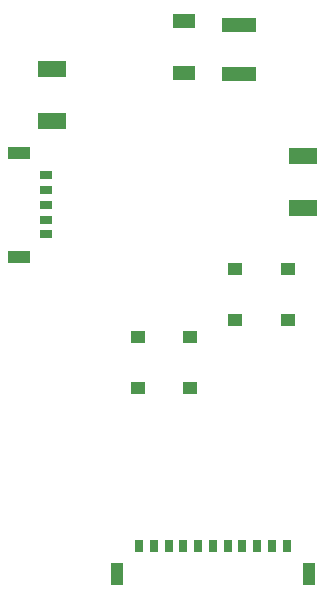
<source format=gbr>
G04 --- HEADER BEGIN --- *
G04 #@! TF.GenerationSoftware,LibrePCB,LibrePCB,1.1.0*
G04 #@! TF.CreationDate,2024-04-23T21:01:02*
G04 #@! TF.ProjectId,motherboard (Version 2),e7e7bca0-b6b9-4684-b626-93943a2f5169,version_2*
G04 #@! TF.Part,Single*
G04 #@! TF.SameCoordinates*
G04 #@! TF.FileFunction,Paste,Top*
G04 #@! TF.FilePolarity,Positive*
%FSLAX66Y66*%
%MOMM*%
G01*
G75*
G04 --- HEADER END --- *
G04 --- APERTURE LIST BEGIN --- *
%ADD10R,1.216X1.016*%
%ADD11R,2.9X1.2*%
%ADD12R,0.64X1.04*%
%ADD13R,1.04X1.89*%
%ADD14R,1.89X1.04*%
%ADD15R,1.04X0.64*%
%ADD16R,2.34X1.44*%
%ADD17C,0.01*%
G04 --- APERTURE LIST END --- *
G04 --- BOARD BEGIN --- *
D10*
G04 #@! TO.C,D2*
X50800000Y43425000D03*
X50800000Y39125000D03*
D11*
G04 #@! TO.C,F1*
X54880000Y69870000D03*
X54880000Y65670000D03*
D12*
G04 #@! TO.C,J3*
X56455000Y25680000D03*
D13*
X60855000Y23385000D03*
D12*
X55205000Y25680000D03*
X57705000Y25680000D03*
D13*
X44555000Y23385000D03*
D12*
X46455000Y25680000D03*
X47705000Y25680000D03*
X53955000Y25680000D03*
X52705000Y25680000D03*
X51455000Y25680000D03*
X58955000Y25680000D03*
X50205000Y25680000D03*
X48955000Y25680000D03*
D10*
G04 #@! TO.C,D9*
X54610000Y49140000D03*
X54610000Y44840000D03*
D14*
G04 #@! TO.C,J5*
X36285000Y50210000D03*
D15*
X38580000Y52110000D03*
X38580000Y55860000D03*
X38580000Y57110000D03*
X38580000Y53360000D03*
D14*
X36285000Y59010000D03*
D15*
X38580000Y54610000D03*
D16*
G04 #@! TO.C,R2*
X60325000Y58715000D03*
X60325000Y54315000D03*
D10*
G04 #@! TO.C,D5*
X46355000Y43425000D03*
X46355000Y39125000D03*
G04 #@! TO.C,D6*
X59055000Y49140000D03*
X59055000Y44840000D03*
D17*
G04 #@! TO.C,D1*
G36*
X49320000Y70770000D02*
X49320000Y69570000D01*
X51220000Y69570000D01*
X51220000Y70770000D01*
X49320000Y70770000D01*
G37*
G36*
X49320000Y66370000D02*
X49320000Y65170000D01*
X51220000Y65170000D01*
X51220000Y66370000D01*
X49320000Y66370000D01*
G37*
D16*
G04 #@! TO.C,R1*
X39065000Y61665000D03*
X39065000Y66065000D03*
G04 --- BOARD END --- *
G04 #@! TF.MD5,b9e42927c243f88e8ebe7f9609d73956*
M02*

</source>
